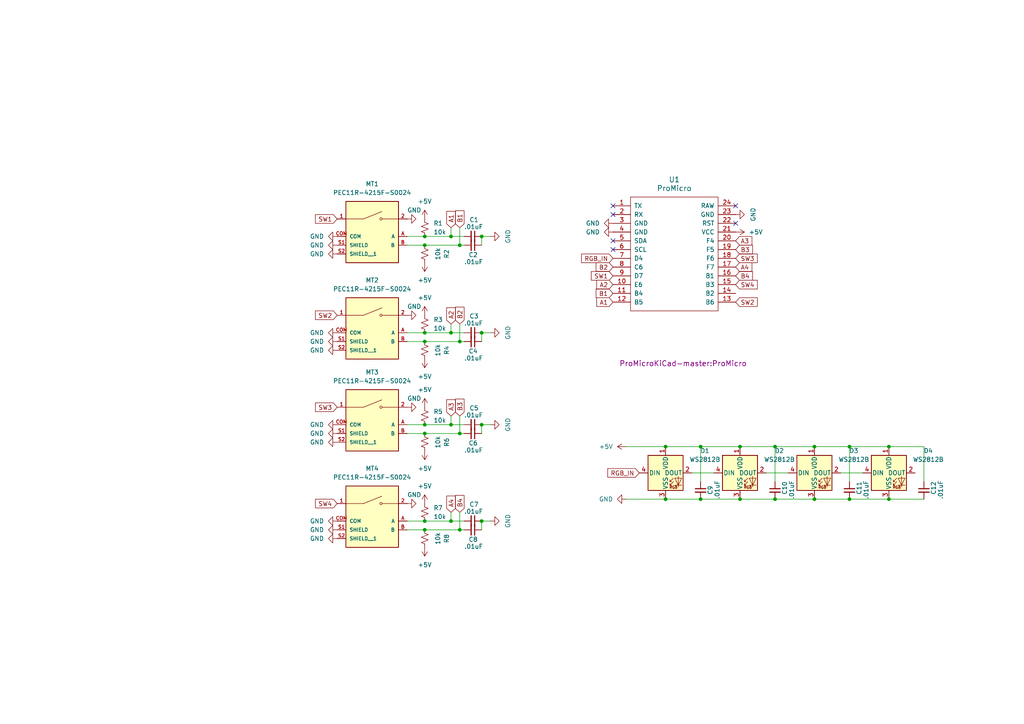
<source format=kicad_sch>
(kicad_sch (version 20250114) (generator "eeschema") (generator_version "9.0")
  (paper "A4")
  (lib_symbols
    (symbol "Device:C_Small" (pin_numbers (hide yes)) (pin_names (offset 0.254) (hide yes))
      (property "Reference" "C" (at 0.254 1.778 0))
      (property "Value" "C_Small" (at 0.254 -2.032 0))
      (symbol "C_Small_0_1"
        (polyline (pts (xy -1.524 0.508) (xy 1.524 0.508)) (stroke (width 0.3048)))
        (polyline (pts (xy -1.524 -0.508) (xy 1.524 -0.508)) (stroke (width 0.3302)))
      )
      (symbol "C_Small_1_1"
        (pin passive line (at 0 2.54 270) (length 2.032) (name "~") (number "1"))
        (pin passive line (at 0 -2.54 90) (length 2.032) (name "~") (number "2"))
      )
    )
    (symbol "Device:R_Small_US" (pin_numbers (hide yes)) (pin_names (offset 0.254) (hide yes))
      (property "Reference" "R" (at 0.762 0.508 0))
      (property "Value" "R_Small_US" (at 0.762 -1.016 0))
      (symbol "R_Small_US_1_1"
        (polyline (pts (xy 0 1.524) (xy 1.016 1.143) (xy 0 0.762) (xy -1.016 0.381) (xy 0 0)))
        (polyline (pts (xy 0 0) (xy 1.016 -0.381) (xy 0 -0.762) (xy -1.016 -1.143) (xy 0 -1.524)))
        (pin passive line (at 0 2.54 270) (length 1.016) (name "~") (number "1"))
        (pin passive line (at 0 -2.54 90) (length 1.016) (name "~") (number "2"))
      )
    )
    (symbol "LED:WS2812B" (pin_names (offset 0.254))
      (property "Reference" "D" (at 5.08 5.715 0))
      (property "Value" "WS2812B" (at 1.27 -5.715 0))
      (symbol "WS2812B_0_0"
        (text "RGB" (at 2.286 -4.191 0) (effects (font (size 0.762 0.762))))
      )
      (symbol "WS2812B_0_1"
        (polyline (pts (xy 1.27 -2.54) (xy 1.778 -2.54)))
        (polyline (pts (xy 1.27 -3.556) (xy 1.778 -3.556)))
        (polyline (pts (xy 2.286 -1.524) (xy 1.27 -2.54) (xy 1.27 -2.032)))
        (polyline (pts (xy 2.286 -2.54) (xy 1.27 -3.556) (xy 1.27 -3.048)))
        (polyline (pts (xy 3.683 -1.016) (xy 3.683 -3.556) (xy 3.683 -4.064)))
        (polyline (pts (xy 4.699 -1.524) (xy 2.667 -1.524) (xy 3.683 -3.556) (xy 4.699 -1.524)))
        (polyline (pts (xy 4.699 -3.556) (xy 2.667 -3.556)))
        (rectangle (start 5.08 5.08) (end -5.08 -5.08) (stroke (width 0.254)) (fill (type background)))
      )
      (symbol "WS2812B_1_1"
        (pin input line (at -7.62 0 0) (length 2.54) (name "DIN") (number "4"))
        (pin power_in line (at 0 7.62 270) (length 2.54) (name "VDD") (number "1"))
        (pin power_in line (at 0 -7.62 90) (length 2.54) (name "VSS") (number "3"))
        (pin output line (at 7.62 0 180) (length 2.54) (name "DOUT") (number "2"))
      )
    )
    (symbol "PEC11R-4215F-S0024:PEC11R-4215F-S0024" (pin_names (offset 1.016))
      (property "Reference" "MT" (at -7.62 8.89 0))
      (property "Value" "PEC11R-4215F-S0024" (at -7.62 -11.43 0))
      (symbol "PEC11R-4215F-S0024_0_0"
        (rectangle (start -7.62 -10.16) (end 7.62 7.62) (stroke (width 0.254)) (fill (type background)))
        (polyline (pts (xy -2.54 2.54) (xy -7.62 2.54)) (stroke (width 0.1524)))
        (polyline (pts (xy -2.54 2.54) (xy 2.794 4.6736)) (stroke (width 0.1524)))
        (circle (center 2.54 2.54) (radius 0.3302) (stroke (width 0.1524)))
        (polyline (pts (xy 7.62 2.54) (xy 2.921 2.54)) (stroke (width 0.1524)))
        (pin passive line (at -10.16 2.54 0) (length 2.54) (name "~") (number "1"))
        (pin passive line (at -10.16 -2.54 0) (length 2.54) (name "COM") (number "COM"))
        (pin passive line (at -10.16 -5.08 0) (length 2.54) (name "SHIELD") (number "S1"))
        (pin passive line (at -10.16 -7.62 0) (length 2.54) (name "SHIELD__1") (number "S2"))
        (pin passive line (at 10.16 2.54 180) (length 2.54) (name "~") (number "2"))
        (pin passive line (at 10.16 -2.54 180) (length 2.54) (name "A") (number "A"))
        (pin passive line (at 10.16 -5.08 180) (length 2.54) (name "B") (number "B"))
      )
    )
    (symbol "power:+5V" (power) (pin_numbers (hide yes)) (pin_names (offset 0) (hide yes))
      (property "Value" "+5V" (at 0 3.556 0))
      (symbol "+5V_0_1"
        (polyline (pts (xy -0.762 1.27) (xy 0 2.54)))
        (polyline (pts (xy 0 2.54) (xy 0.762 1.27)))
        (polyline (pts (xy 0 0) (xy 0 2.54)))
      )
      (symbol "+5V_1_1"
        (pin power_in line (at 0 0 90) (length 0) (name "~") (number "1"))
      )
    )
    (symbol "power:GND" (power) (pin_numbers (hide yes)) (pin_names (offset 0) (hide yes))
      (property "Value" "GND" (at 0 -3.81 0))
      (symbol "GND_0_1"
        (polyline (pts (xy 0 0) (xy 0 -1.27) (xy 1.27 -1.27) (xy 0 -2.54) (xy -1.27 -1.27) (xy 0 -1.27)))
      )
      (symbol "GND_1_1"
        (pin power_in line (at 0 0 270) (length 0) (name "~") (number "1"))
      )
    )
    (symbol "promicro:ProMicro" (pin_names (offset 1.016))
      (property "Reference" "U" (at 0 24.13 0))
      (property "Value" "ProMicro" (at 0 -13.97 0))
      (symbol "ProMicro_0_1"
        (rectangle (start -12.7 21.59) (end 12.7 -11.43))
      )
      (symbol "ProMicro_1_1"
        (pin bidirectional line (at -17.78 19.05 0) (length 5.08) (name "TX") (number "1"))
        (pin bidirectional line (at -17.78 16.51 0) (length 5.08) (name "RX") (number "2"))
        (pin power_in line (at -17.78 13.97 0) (length 5.08) (name "GND") (number "3"))
        (pin power_in line (at -17.78 11.43 0) (length 5.08) (name "GND") (number "4"))
        (pin bidirectional line (at -17.78 8.89 0) (length 5.08) (name "SDA") (number "5"))
        (pin bidirectional line (at -17.78 6.35 0) (length 5.08) (name "SCL") (number "6"))
        (pin bidirectional line (at -17.78 3.81 0) (length 5.08) (name "D4") (number "7"))
        (pin bidirectional line (at -17.78 1.27 0) (length 5.08) (name "C6") (number "8"))
        (pin bidirectional line (at -17.78 -1.27 0) (length 5.08) (name "D7") (number "9"))
        (pin bidirectional line (at -17.78 -3.81 0) (length 5.08) (name "E6") (number "10"))
        (pin bidirectional line (at -17.78 -6.35 0) (length 5.08) (name "B4") (number "11"))
        (pin bidirectional line (at -17.78 -8.89 0) (length 5.08) (name "B5") (number "12"))
        (pin power_out line (at 17.78 19.05 180) (length 5.08) (name "RAW") (number "24"))
        (pin power_in line (at 17.78 16.51 180) (length 5.08) (name "GND") (number "23"))
        (pin input line (at 17.78 13.97 180) (length 5.08) (name "RST") (number "22"))
        (pin power_in line (at 17.78 11.43 180) (length 5.08) (name "VCC") (number "21"))
        (pin bidirectional line (at 17.78 8.89 180) (length 5.08) (name "F4") (number "20"))
        (pin bidirectional line (at 17.78 6.35 180) (length 5.08) (name "F5") (number "19"))
        (pin bidirectional line (at 17.78 3.81 180) (length 5.08) (name "F6") (number "18"))
        (pin bidirectional line (at 17.78 1.27 180) (length 5.08) (name "F7") (number "17"))
        (pin bidirectional line (at 17.78 -1.27 180) (length 5.08) (name "B1") (number "16"))
        (pin bidirectional line (at 17.78 -3.81 180) (length 5.08) (name "B3") (number "15"))
        (pin bidirectional line (at 17.78 -6.35 180) (length 5.08) (name "B2") (number "14"))
        (pin bidirectional line (at 17.78 -8.89 180) (length 5.08) (name "B6") (number "13"))
      )
    )
  )
  (junction (at 123.19 68.58))
  (junction (at 257.81 144.78))
  (junction (at 130.81 68.58))
  (junction (at 123.19 123.19))
  (junction (at 130.81 151.13))
  (junction (at 236.22 129.54))
  (junction (at 193.04 144.78))
  (junction (at 246.38 129.54))
  (junction (at 203.2 144.78))
  (junction (at 224.79 144.78))
  (junction (at 123.19 99.06))
  (junction (at 236.22 144.78))
  (junction (at 214.63 129.54))
  (junction (at 133.35 125.73))
  (junction (at 130.81 96.52))
  (junction (at 139.7 96.52))
  (junction (at 133.35 99.06))
  (junction (at 139.7 68.58))
  (junction (at 224.79 129.54))
  (junction (at 133.35 71.12))
  (junction (at 130.81 123.19))
  (junction (at 123.19 96.52))
  (junction (at 203.2 129.54))
  (junction (at 139.7 151.13))
  (junction (at 139.7 123.19))
  (junction (at 123.19 153.67))
  (junction (at 257.81 129.54))
  (junction (at 193.04 129.54))
  (junction (at 214.63 144.78))
  (junction (at 133.35 153.67))
  (junction (at 123.19 151.13))
  (junction (at 123.19 71.12))
  (junction (at 246.38 144.78))
  (junction (at 123.19 125.73))
  (no_connect (at 177.8 69.85))
  (no_connect (at 177.8 72.39))
  (no_connect (at 213.36 59.69))
  (no_connect (at 177.8 62.23))
  (no_connect (at 213.36 64.77))
  (no_connect (at 177.8 59.69))
  (wire (pts (xy 222.25 137.16) (xy 228.6 137.16)))
  (wire (pts (xy 118.11 125.73) (xy 123.19 125.73)))
  (wire (pts (xy 224.79 129.54) (xy 236.22 129.54)))
  (wire (pts (xy 139.7 151.13) (xy 139.7 153.67)))
  (wire (pts (xy 214.63 144.78) (xy 224.79 144.78)))
  (wire (pts (xy 224.79 129.54) (xy 224.79 139.7)))
  (wire (pts (xy 133.35 120.65) (xy 133.35 125.73)))
  (wire (pts (xy 139.7 68.58) (xy 139.7 71.12)))
  (wire (pts (xy 142.24 151.13) (xy 139.7 151.13)))
  (wire (pts (xy 203.2 129.54) (xy 214.63 129.54)))
  (wire (pts (xy 246.38 129.54) (xy 257.81 129.54)))
  (wire (pts (xy 118.11 123.19) (xy 123.19 123.19)))
  (wire (pts (xy 243.84 137.16) (xy 250.19 137.16)))
  (wire (pts (xy 142.24 96.52) (xy 139.7 96.52)))
  (wire (pts (xy 203.2 144.78) (xy 214.63 144.78)))
  (wire (pts (xy 203.2 129.54) (xy 203.2 139.7)))
  (wire (pts (xy 267.97 129.54) (xy 267.97 139.7)))
  (wire (pts (xy 133.35 71.12) (xy 134.62 71.12)))
  (wire (pts (xy 130.81 151.13) (xy 123.19 151.13)))
  (wire (pts (xy 118.11 71.12) (xy 123.19 71.12)))
  (wire (pts (xy 133.35 99.06) (xy 123.19 99.06)))
  (wire (pts (xy 257.81 129.54) (xy 267.97 129.54)))
  (wire (pts (xy 118.11 153.67) (xy 123.19 153.67)))
  (wire (pts (xy 130.81 123.19) (xy 134.62 123.19)))
  (wire (pts (xy 133.35 125.73) (xy 134.62 125.73)))
  (wire (pts (xy 130.81 68.58) (xy 134.62 68.58)))
  (wire (pts (xy 236.22 129.54) (xy 246.38 129.54)))
  (wire (pts (xy 133.35 99.06) (xy 134.62 99.06)))
  (wire (pts (xy 257.81 144.78) (xy 267.97 144.78)))
  (wire (pts (xy 214.63 129.54) (xy 224.79 129.54)))
  (wire (pts (xy 181.61 144.78) (xy 193.04 144.78)))
  (wire (pts (xy 130.81 151.13) (xy 134.62 151.13)))
  (wire (pts (xy 130.81 96.52) (xy 134.62 96.52)))
  (wire (pts (xy 130.81 66.04) (xy 130.81 68.58)))
  (wire (pts (xy 133.35 148.59) (xy 133.35 153.67)))
  (wire (pts (xy 139.7 123.19) (xy 139.7 125.73)))
  (wire (pts (xy 193.04 129.54) (xy 203.2 129.54)))
  (wire (pts (xy 133.35 93.98) (xy 133.35 99.06)))
  (wire (pts (xy 130.81 120.65) (xy 130.81 123.19)))
  (wire (pts (xy 133.35 125.73) (xy 123.19 125.73)))
  (wire (pts (xy 130.81 96.52) (xy 123.19 96.52)))
  (wire (pts (xy 139.7 96.52) (xy 139.7 99.06)))
  (wire (pts (xy 246.38 129.54) (xy 246.38 139.7)))
  (wire (pts (xy 200.66 137.16) (xy 207.01 137.16)))
  (wire (pts (xy 224.79 144.78) (xy 236.22 144.78)))
  (wire (pts (xy 236.22 144.78) (xy 246.38 144.78)))
  (wire (pts (xy 118.11 151.13) (xy 123.19 151.13)))
  (wire (pts (xy 142.24 123.19) (xy 139.7 123.19)))
  (wire (pts (xy 118.11 99.06) (xy 123.19 99.06)))
  (wire (pts (xy 142.24 68.58) (xy 139.7 68.58)))
  (wire (pts (xy 130.81 68.58) (xy 123.19 68.58)))
  (wire (pts (xy 133.35 153.67) (xy 134.62 153.67)))
  (wire (pts (xy 130.81 148.59) (xy 130.81 151.13)))
  (wire (pts (xy 133.35 71.12) (xy 123.19 71.12)))
  (wire (pts (xy 181.61 129.54) (xy 193.04 129.54)))
  (wire (pts (xy 133.35 66.04) (xy 133.35 71.12)))
  (wire (pts (xy 118.11 68.58) (xy 123.19 68.58)))
  (wire (pts (xy 133.35 153.67) (xy 123.19 153.67)))
  (wire (pts (xy 130.81 123.19) (xy 123.19 123.19)))
  (wire (pts (xy 118.11 96.52) (xy 123.19 96.52)))
  (wire (pts (xy 193.04 144.78) (xy 203.2 144.78)))
  (wire (pts (xy 130.81 93.98) (xy 130.81 96.52)))
  (wire (pts (xy 246.38 144.78) (xy 257.81 144.78)))
  (global_label "RGB_IN" (shape input) (at 185.42 137.16 180) (property "Intersheetrefs" "${INTERSHEET_REFS}" (effects (hide yes))))
  (global_label "SW1" (shape input) (at 97.79 63.5 180) (property "Intersheetrefs" "${INTERSHEET_REFS}" (effects (hide yes))))
  (global_label "SW1" (shape input) (at 177.8 80.01 180) (property "Intersheetrefs" "${INTERSHEET_REFS}" (effects (hide yes))))
  (global_label "SW2" (shape input) (at 97.79 91.44 180) (property "Intersheetrefs" "${INTERSHEET_REFS}" (effects (hide yes))))
  (global_label "RGB_IN" (shape input) (at 177.8 74.93 180) (property "Intersheetrefs" "${INTERSHEET_REFS}" (effects (hide yes))))
  (global_label "B4" (shape input) (at 133.35 148.59 90) (property "Intersheetrefs" "${INTERSHEET_REFS}" (effects (hide yes))))
  (global_label "B4" (shape input) (at 213.36 80.01 0) (property "Intersheetrefs" "${INTERSHEET_REFS}" (effects (hide yes))))
  (global_label "B1" (shape input) (at 133.35 66.04 90) (property "Intersheetrefs" "${INTERSHEET_REFS}" (effects (hide yes))))
  (global_label "B2" (shape input) (at 177.8 77.47 180) (property "Intersheetrefs" "${INTERSHEET_REFS}" (effects (hide yes))))
  (global_label "A2" (shape input) (at 177.8 82.55 180) (property "Intersheetrefs" "${INTERSHEET_REFS}" (effects (hide yes))))
  (global_label "SW2" (shape input) (at 213.36 87.63 0) (property "Intersheetrefs" "${INTERSHEET_REFS}" (effects (hide yes))))
  (global_label "B1" (shape input) (at 177.8 85.09 180) (property "Intersheetrefs" "${INTERSHEET_REFS}" (effects (hide yes))))
  (global_label "SW4" (shape input) (at 213.36 82.55 0) (property "Intersheetrefs" "${INTERSHEET_REFS}" (effects (hide yes))))
  (global_label "SW4" (shape input) (at 97.79 146.05 180) (property "Intersheetrefs" "${INTERSHEET_REFS}" (effects (hide yes))))
  (global_label "A3" (shape input) (at 130.81 120.65 90) (property "Intersheetrefs" "${INTERSHEET_REFS}" (effects (hide yes))))
  (global_label "A4" (shape input) (at 130.81 148.59 90) (property "Intersheetrefs" "${INTERSHEET_REFS}" (effects (hide yes))))
  (global_label "SW3" (shape input) (at 97.79 118.11 180) (property "Intersheetrefs" "${INTERSHEET_REFS}" (effects (hide yes))))
  (global_label "A2" (shape input) (at 130.81 93.98 90) (property "Intersheetrefs" "${INTERSHEET_REFS}" (effects (hide yes))))
  (global_label "B3" (shape input) (at 133.35 120.65 90) (property "Intersheetrefs" "${INTERSHEET_REFS}" (effects (hide yes))))
  (global_label "B3" (shape input) (at 213.36 72.39 0) (property "Intersheetrefs" "${INTERSHEET_REFS}" (effects (hide yes))))
  (global_label "A1" (shape input) (at 177.8 87.63 180) (property "Intersheetrefs" "${INTERSHEET_REFS}" (effects (hide yes))))
  (global_label "A4" (shape input) (at 213.36 77.47 0) (property "Intersheetrefs" "${INTERSHEET_REFS}" (effects (hide yes))))
  (global_label "SW3" (shape input) (at 213.36 74.93 0) (property "Intersheetrefs" "${INTERSHEET_REFS}" (effects (hide yes))))
  (global_label "B2" (shape input) (at 133.35 93.98 90) (property "Intersheetrefs" "${INTERSHEET_REFS}" (effects (hide yes))))
  (global_label "A1" (shape input) (at 130.81 66.04 90) (property "Intersheetrefs" "${INTERSHEET_REFS}" (effects (hide yes))))
  (global_label "A3" (shape input) (at 213.36 69.85 0) (property "Intersheetrefs" "${INTERSHEET_REFS}" (effects (hide yes))))
  (symbol (lib_id "Device:C_Small") (at 267.97 142.24 0) (unit 1)
    (property "Reference" "C12" (at 270.764 143.51 90) (effects (justify left)))
    (property "Value" ".01uF" (at 272.796 144.78 90) (effects (justify left)))
    (property "Footprint" "Capacitor_SMD:C_0805_2012Metric" (effects (hide yes)))
    (property "Description" "Unpolarized capacitor, small symbol" (effects (hide yes)))
  )
  (symbol (lib_id "Device:C_Small") (at 246.38 142.24 0) (unit 1)
    (property "Reference" "C11" (at 249.174 143.51 90) (effects (justify left)))
    (property "Value" ".01uF" (at 251.206 144.78 90) (effects (justify left)))
    (property "Footprint" "Capacitor_SMD:C_0805_2012Metric" (effects (hide yes)))
    (property "Description" "Unpolarized capacitor, small symbol" (effects (hide yes)))
  )
  (symbol (lib_id "Device:C_Small") (at 137.16 125.73 270) (unit 1)
    (property "Reference" "C6" (at 135.89 128.524 90) (effects (justify left)))
    (property "Value" ".01uF" (at 134.62 130.556 90) (effects (justify left)))
    (property "Footprint" "Capacitor_SMD:C_0805_2012Metric" (effects (hide yes)))
    (property "Description" "Unpolarized capacitor, small symbol" (effects (hide yes)))
  )
  (symbol (lib_id "power:GND") (at 97.79 73.66 270) (unit 1)
    (property "Reference" "#PWR07" (effects (hide yes)))
    (property "Value" "GND" (at 93.98 73.6599 90) (effects (justify right)))
    (property "Description" "Power symbol creates a global label with name \"GND\" , ground" (effects (hide yes)))
  )
  (symbol (lib_id "power:GND") (at 181.61 144.78 270) (unit 1)
    (property "Reference" "#PWR033" (effects (hide yes)))
    (property "Value" "GND" (at 177.8 144.7799 90) (effects (justify right)))
    (property "Description" "Power symbol creates a global label with name \"GND\" , ground" (effects (hide yes)))
  )
  (symbol (lib_id "power:GND") (at 142.24 151.13 90) (unit 1)
    (property "Reference" "#PWR028" (effects (hide yes)))
    (property "Value" "GND" (at 147.32 151.13 0))
    (property "Description" "Power symbol creates a global label with name \"GND\" , ground" (effects (hide yes)))
  )
  (symbol (lib_id "power:GND") (at 177.8 67.31 270) (unit 1)
    (property "Reference" "#PWR032" (effects (hide yes)))
    (property "Value" "GND" (at 173.99 67.3099 90) (effects (justify right)))
    (property "Description" "Power symbol creates a global label with name \"GND\" , ground" (effects (hide yes)))
  )
  (symbol (lib_id "PEC11R-4215F-S0024:PEC11R-4215F-S0024") (at 107.95 93.98 0) (unit 1)
    (property "Reference" "MT2" (at 107.95 81.28 0))
    (property "Value" "PEC11R-4215F-S0024" (at 107.95 83.82 0))
    (property "Footprint" "PEC11R_4215F_S0024:XDCR_PEC11R-4215F-S0024" (effects (hide yes)))
    (property "PARTREV" "Rev. 09/19" (effects (hide yes)))
    (property "MANUFACTURER" "J.W.Miller/Bourns" (effects (hide yes)))
    (property "MAXIMUM_PACKAGE_HEIGHT" "21.5 mm" (effects (hide yes)))
    (property "STANDARD" "Manufacturer Recommendations" (effects (hide yes)))
  )
  (symbol (lib_id "power:GND") (at 177.8 64.77 270) (unit 1)
    (property "Reference" "#PWR031" (effects (hide yes)))
    (property "Value" "GND" (at 173.99 64.7699 90) (effects (justify right)))
    (property "Description" "Power symbol creates a global label with name \"GND\" , ground" (effects (hide yes)))
  )
  (symbol (lib_id "power:GND") (at 97.79 96.52 270) (unit 1)
    (property "Reference" "#PWR08" (effects (hide yes)))
    (property "Value" "GND" (at 93.98 96.5199 90) (effects (justify right)))
    (property "Description" "Power symbol creates a global label with name \"GND\" , ground" (effects (hide yes)))
  )
  (symbol (lib_id "power:+5V") (at 123.19 63.5 0) (unit 1)
    (property "Reference" "#PWR05" (effects (hide yes)))
    (property "Value" "+5V" (at 123.19 58.42 0))
    (property "Description" "Power symbol creates a global label with name \"+5V\"" (effects (hide yes)))
  )
  (symbol (lib_id "LED:WS2812B") (at 236.22 137.16 0) (unit 1)
    (property "Reference" "D3" (at 247.65 130.7398 0))
    (property "Value" "WS2812B" (at 247.65 133.2798 0))
    (property "Footprint" "LED_SMD:LED_WS2812B_PLCC4_5.0x5.0mm_P3.2mm" (effects (hide yes)))
    (property "Datasheet" "https://cdn-shop.adafruit.com/datasheets/WS2812B.pdf" (effects (hide yes)))
    (property "Description" "RGB LED with integrated controller" (effects (hide yes)))
  )
  (symbol (lib_id "Device:R_Small_US") (at 123.19 73.66 180) (unit 1)
    (property "Reference" "R2" (at 129.54 73.66 90))
    (property "Value" "10k" (at 127 73.66 90))
    (property "Footprint" "Resistor_SMD:R_0805_2012Metric" (effects (hide yes)))
    (property "Description" "Resistor, small US symbol" (effects (hide yes)))
  )
  (symbol (lib_id "Device:R_Small_US") (at 123.19 120.65 180) (unit 1)
    (property "Reference" "R5" (at 125.73 119.3799 0) (effects (justify right)))
    (property "Value" "10k" (at 125.73 121.9199 0) (effects (justify right)))
    (property "Footprint" "Resistor_SMD:R_0805_2012Metric" (effects (hide yes)))
    (property "Description" "Resistor, small US symbol" (effects (hide yes)))
  )
  (symbol (lib_id "Device:C_Small") (at 137.16 153.67 270) (unit 1)
    (property "Reference" "C8" (at 135.89 156.464 90) (effects (justify left)))
    (property "Value" ".01uF" (at 134.62 158.496 90) (effects (justify left)))
    (property "Footprint" "Capacitor_SMD:C_0805_2012Metric" (effects (hide yes)))
    (property "Description" "Unpolarized capacitor, small symbol" (effects (hide yes)))
  )
  (symbol (lib_id "power:GND") (at 118.11 146.05 90) (unit 1)
    (property "Reference" "#PWR022" (effects (hide yes)))
    (property "Value" "GND" (at 118.11 143.51 90) (effects (justify right)))
    (property "Description" "Power symbol creates a global label with name \"GND\" , ground" (effects (hide yes)))
  )
  (symbol (lib_id "Device:C_Small") (at 137.16 71.12 270) (unit 1)
    (property "Reference" "C2" (at 135.89 73.914 90) (effects (justify left)))
    (property "Value" ".01uF" (at 134.62 75.946 90) (effects (justify left)))
    (property "Footprint" "Capacitor_SMD:C_0805_2012Metric" (effects (hide yes)))
    (property "Description" "Unpolarized capacitor, small symbol" (effects (hide yes)))
  )
  (symbol (lib_id "power:GND") (at 142.24 123.19 90) (unit 1)
    (property "Reference" "#PWR027" (effects (hide yes)))
    (property "Value" "GND" (at 147.32 123.19 0))
    (property "Description" "Power symbol creates a global label with name \"GND\" , ground" (effects (hide yes)))
  )
  (symbol (lib_id "power:GND") (at 118.11 91.44 90) (unit 1)
    (property "Reference" "#PWR011" (effects (hide yes)))
    (property "Value" "GND" (at 118.11 88.9 90) (effects (justify right)))
    (property "Description" "Power symbol creates a global label with name \"GND\" , ground" (effects (hide yes)))
  )
  (symbol (lib_id "power:GND") (at 97.79 151.13 270) (unit 1)
    (property "Reference" "#PWR018" (effects (hide yes)))
    (property "Value" "GND" (at 93.98 151.1299 90) (effects (justify right)))
    (property "Description" "Power symbol creates a global label with name \"GND\" , ground" (effects (hide yes)))
  )
  (symbol (lib_id "promicro:ProMicro") (at 195.58 78.74 0) (unit 1)
    (property "Reference" "U1" (at 195.58 52.07 0) (effects (font (size 1.524 1.524))))
    (property "Value" "ProMicro" (at 195.58 54.61 0) (effects (font (size 1.524 1.524))))
    (property "Footprint" "ProMicroKiCad-master:ProMicro" (at 198.12 105.41 0) (effects (font (size 1.524 1.524))))
  )
  (symbol (lib_id "Device:R_Small_US") (at 123.19 128.27 180) (unit 1)
    (property "Reference" "R6" (at 129.54 128.27 90))
    (property "Value" "10k" (at 127 128.27 90))
    (property "Footprint" "Resistor_SMD:R_0805_2012Metric" (effects (hide yes)))
    (property "Description" "Resistor, small US symbol" (effects (hide yes)))
  )
  (symbol (lib_id "LED:WS2812B") (at 257.81 137.16 0) (unit 1)
    (property "Reference" "D4" (at 269.24 130.7398 0))
    (property "Value" "WS2812B" (at 269.24 133.2798 0))
    (property "Footprint" "LED_SMD:LED_WS2812B_PLCC4_5.0x5.0mm_P3.2mm" (effects (hide yes)))
    (property "Datasheet" "https://cdn-shop.adafruit.com/datasheets/WS2812B.pdf" (effects (hide yes)))
    (property "Description" "RGB LED with integrated controller" (effects (hide yes)))
  )
  (symbol (lib_id "power:GND") (at 142.24 68.58 90) (unit 1)
    (property "Reference" "#PWR06" (effects (hide yes)))
    (property "Value" "GND" (at 147.32 68.58 0))
    (property "Description" "Power symbol creates a global label with name \"GND\" , ground" (effects (hide yes)))
  )
  (symbol (lib_id "power:+5V") (at 123.19 130.81 180) (unit 1)
    (property "Reference" "#PWR024" (effects (hide yes)))
    (property "Value" "+5V" (at 123.19 135.89 0))
    (property "Description" "Power symbol creates a global label with name \"+5V\"" (effects (hide yes)))
  )
  (symbol (lib_id "power:GND") (at 97.79 71.12 270) (unit 1)
    (property "Reference" "#PWR02" (effects (hide yes)))
    (property "Value" "GND" (at 93.98 71.1199 90) (effects (justify right)))
    (property "Description" "Power symbol creates a global label with name \"GND\" , ground" (effects (hide yes)))
  )
  (symbol (lib_id "power:GND") (at 97.79 125.73 270) (unit 1)
    (property "Reference" "#PWR016" (effects (hide yes)))
    (property "Value" "GND" (at 93.98 125.7299 90) (effects (justify right)))
    (property "Description" "Power symbol creates a global label with name \"GND\" , ground" (effects (hide yes)))
  )
  (symbol (lib_id "power:+5V") (at 123.19 104.14 180) (unit 1)
    (property "Reference" "#PWR013" (effects (hide yes)))
    (property "Value" "+5V" (at 123.19 109.22 0))
    (property "Description" "Power symbol creates a global label with name \"+5V\"" (effects (hide yes)))
  )
  (symbol (lib_id "power:GND") (at 97.79 123.19 270) (unit 1)
    (property "Reference" "#PWR015" (effects (hide yes)))
    (property "Value" "GND" (at 93.98 123.1899 90) (effects (justify right)))
    (property "Description" "Power symbol creates a global label with name \"GND\" , ground" (effects (hide yes)))
  )
  (symbol (lib_id "power:GND") (at 97.79 153.67 270) (unit 1)
    (property "Reference" "#PWR019" (effects (hide yes)))
    (property "Value" "GND" (at 93.98 153.6699 90) (effects (justify right)))
    (property "Description" "Power symbol creates a global label with name \"GND\" , ground" (effects (hide yes)))
  )
  (symbol (lib_id "Device:R_Small_US") (at 123.19 101.6 180) (unit 1)
    (property "Reference" "R4" (at 129.54 101.6 90))
    (property "Value" "10k" (at 127 101.6 90))
    (property "Footprint" "Resistor_SMD:R_0805_2012Metric" (effects (hide yes)))
    (property "Description" "Resistor, small US symbol" (effects (hide yes)))
  )
  (symbol (lib_id "power:GND") (at 97.79 68.58 270) (unit 1)
    (property "Reference" "#PWR03" (effects (hide yes)))
    (property "Value" "GND" (at 93.98 68.5799 90) (effects (justify right)))
    (property "Description" "Power symbol creates a global label with name \"GND\" , ground" (effects (hide yes)))
  )
  (symbol (lib_id "PEC11R-4215F-S0024:PEC11R-4215F-S0024") (at 107.95 120.65 0) (unit 1)
    (property "Reference" "MT3" (at 107.95 107.95 0))
    (property "Value" "PEC11R-4215F-S0024" (at 107.95 110.49 0))
    (property "Footprint" "PEC11R_4215F_S0024:XDCR_PEC11R-4215F-S0024" (effects (hide yes)))
    (property "PARTREV" "Rev. 09/19" (effects (hide yes)))
    (property "MANUFACTURER" "J.W.Miller/Bourns" (effects (hide yes)))
    (property "MAXIMUM_PACKAGE_HEIGHT" "21.5 mm" (effects (hide yes)))
    (property "STANDARD" "Manufacturer Recommendations" (effects (hide yes)))
  )
  (symbol (lib_id "power:+5V") (at 123.19 158.75 180) (unit 1)
    (property "Reference" "#PWR026" (effects (hide yes)))
    (property "Value" "+5V" (at 123.19 163.83 0))
    (property "Description" "Power symbol creates a global label with name \"+5V\"" (effects (hide yes)))
  )
  (symbol (lib_id "power:GND") (at 213.36 62.23 90) (unit 1)
    (property "Reference" "#PWR030" (effects (hide yes)))
    (property "Value" "GND" (at 218.44 62.23 0))
    (property "Description" "Power symbol creates a global label with name \"GND\" , ground" (effects (hide yes)))
  )
  (symbol (lib_id "Device:R_Small_US") (at 123.19 66.04 180) (unit 1)
    (property "Reference" "R1" (at 125.73 64.7699 0) (effects (justify right)))
    (property "Value" "10k" (at 125.73 67.3099 0) (effects (justify right)))
    (property "Footprint" "Resistor_SMD:R_0805_2012Metric" (effects (hide yes)))
    (property "Description" "Resistor, small US symbol" (effects (hide yes)))
  )
  (symbol (lib_id "Device:C_Small") (at 203.2 142.24 0) (unit 1)
    (property "Reference" "C9" (at 205.994 143.51 90) (effects (justify left)))
    (property "Value" ".01uF" (at 208.026 144.78 90) (effects (justify left)))
    (property "Footprint" "Capacitor_SMD:C_0805_2012Metric" (effects (hide yes)))
    (property "Description" "Unpolarized capacitor, small symbol" (effects (hide yes)))
  )
  (symbol (lib_id "Device:R_Small_US") (at 123.19 93.98 180) (unit 1)
    (property "Reference" "R3" (at 125.73 92.7099 0) (effects (justify right)))
    (property "Value" "10k" (at 125.73 95.2499 0) (effects (justify right)))
    (property "Footprint" "Resistor_SMD:R_0805_2012Metric" (effects (hide yes)))
    (property "Description" "Resistor, small US symbol" (effects (hide yes)))
  )
  (symbol (lib_id "PEC11R-4215F-S0024:PEC11R-4215F-S0024") (at 107.95 66.04 0) (unit 1)
    (property "Reference" "MT1" (at 107.95 53.34 0))
    (property "Value" "PEC11R-4215F-S0024" (at 107.95 55.88 0))
    (property "Footprint" "PEC11R_4215F_S0024:XDCR_PEC11R-4215F-S0024" (effects (hide yes)))
    (property "PARTREV" "Rev. 09/19" (effects (hide yes)))
    (property "MANUFACTURER" "J.W.Miller/Bourns" (effects (hide yes)))
    (property "MAXIMUM_PACKAGE_HEIGHT" "21.5 mm" (effects (hide yes)))
    (property "STANDARD" "Manufacturer Recommendations" (effects (hide yes)))
  )
  (symbol (lib_id "Device:C_Small") (at 137.16 151.13 270) (unit 1)
    (property "Reference" "C7" (at 136.144 146.304 90) (effects (justify left)))
    (property "Value" ".01uF" (at 134.62 148.336 90) (effects (justify left)))
    (property "Footprint" "Capacitor_SMD:C_0805_2012Metric" (effects (hide yes)))
    (property "Description" "Unpolarized capacitor, small symbol" (effects (hide yes)))
  )
  (symbol (lib_id "Device:C_Small") (at 137.16 99.06 270) (unit 1)
    (property "Reference" "C4" (at 135.89 101.854 90) (effects (justify left)))
    (property "Value" ".01uF" (at 134.62 103.886 90) (effects (justify left)))
    (property "Footprint" "Capacitor_SMD:C_0805_2012Metric" (effects (hide yes)))
    (property "Description" "Unpolarized capacitor, small symbol" (effects (hide yes)))
  )
  (symbol (lib_id "power:+5V") (at 123.19 118.11 0) (unit 1)
    (property "Reference" "#PWR023" (effects (hide yes)))
    (property "Value" "+5V" (at 123.19 113.03 0))
    (property "Description" "Power symbol creates a global label with name \"+5V\"" (effects (hide yes)))
  )
  (symbol (lib_id "Device:R_Small_US") (at 123.19 156.21 180) (unit 1)
    (property "Reference" "R8" (at 129.54 156.21 90))
    (property "Value" "10k" (at 127 156.21 90))
    (property "Footprint" "Resistor_SMD:R_0805_2012Metric" (effects (hide yes)))
    (property "Description" "Resistor, small US symbol" (effects (hide yes)))
  )
  (symbol (lib_id "power:GND") (at 97.79 128.27 270) (unit 1)
    (property "Reference" "#PWR017" (effects (hide yes)))
    (property "Value" "GND" (at 93.98 128.2699 90) (effects (justify right)))
    (property "Description" "Power symbol creates a global label with name \"GND\" , ground" (effects (hide yes)))
  )
  (symbol (lib_id "power:+5V") (at 123.19 146.05 0) (unit 1)
    (property "Reference" "#PWR025" (effects (hide yes)))
    (property "Value" "+5V" (at 123.19 140.97 0))
    (property "Description" "Power symbol creates a global label with name \"+5V\"" (effects (hide yes)))
  )
  (symbol (lib_id "Device:C_Small") (at 224.79 142.24 0) (unit 1)
    (property "Reference" "C10" (at 227.584 143.51 90) (effects (justify left)))
    (property "Value" ".01uF" (at 229.616 144.78 90) (effects (justify left)))
    (property "Footprint" "Capacitor_SMD:C_0805_2012Metric" (effects (hide yes)))
    (property "Description" "Unpolarized capacitor, small symbol" (effects (hide yes)))
  )
  (symbol (lib_id "power:+5V") (at 123.19 76.2 180) (unit 1)
    (property "Reference" "#PWR01" (effects (hide yes)))
    (property "Value" "+5V" (at 123.19 81.28 0))
    (property "Description" "Power symbol creates a global label with name \"+5V\"" (effects (hide yes)))
  )
  (symbol (lib_id "power:+5V") (at 123.19 91.44 0) (unit 1)
    (property "Reference" "#PWR012" (effects (hide yes)))
    (property "Value" "+5V" (at 123.19 86.36 0))
    (property "Description" "Power symbol creates a global label with name \"+5V\"" (effects (hide yes)))
  )
  (symbol (lib_id "power:GND") (at 97.79 101.6 270) (unit 1)
    (property "Reference" "#PWR010" (effects (hide yes)))
    (property "Value" "GND" (at 93.98 101.5999 90) (effects (justify right)))
    (property "Description" "Power symbol creates a global label with name \"GND\" , ground" (effects (hide yes)))
  )
  (symbol (lib_id "Device:C_Small") (at 137.16 123.19 270) (unit 1)
    (property "Reference" "C5" (at 136.144 118.364 90) (effects (justify left)))
    (property "Value" ".01uF" (at 134.62 120.396 90) (effects (justify left)))
    (property "Footprint" "Capacitor_SMD:C_0805_2012Metric" (effects (hide yes)))
    (property "Description" "Unpolarized capacitor, small symbol" (effects (hide yes)))
  )
  (symbol (lib_id "power:GND") (at 97.79 156.21 270) (unit 1)
    (property "Reference" "#PWR020" (effects (hide yes)))
    (property "Value" "GND" (at 93.98 156.2099 90) (effects (justify right)))
    (property "Description" "Power symbol creates a global label with name \"GND\" , ground" (effects (hide yes)))
  )
  (symbol (lib_id "power:GND") (at 142.24 96.52 90) (unit 1)
    (property "Reference" "#PWR014" (effects (hide yes)))
    (property "Value" "GND" (at 147.32 96.52 0))
    (property "Description" "Power symbol creates a global label with name \"GND\" , ground" (effects (hide yes)))
  )
  (symbol (lib_id "power:GND") (at 118.11 118.11 90) (unit 1)
    (property "Reference" "#PWR021" (effects (hide yes)))
    (property "Value" "GND" (at 118.11 115.57 90) (effects (justify right)))
    (property "Description" "Power symbol creates a global label with name \"GND\" , ground" (effects (hide yes)))
  )
  (symbol (lib_id "power:GND") (at 97.79 99.06 270) (unit 1)
    (property "Reference" "#PWR09" (effects (hide yes)))
    (property "Value" "GND" (at 93.98 99.0599 90) (effects (justify right)))
    (property "Description" "Power symbol creates a global label with name \"GND\" , ground" (effects (hide yes)))
  )
  (symbol (lib_id "power:+5V") (at 213.36 67.31 270) (unit 1)
    (property "Reference" "#PWR029" (effects (hide yes)))
    (property "Value" "+5V" (at 217.17 67.3099 90) (effects (justify left)))
    (property "Description" "Power symbol creates a global label with name \"+5V\"" (effects (hide yes)))
  )
  (symbol (lib_id "power:+5V") (at 181.61 129.54 90) (unit 1)
    (property "Reference" "#PWR034" (effects (hide yes)))
    (property "Value" "+5V" (at 177.8 129.5399 90) (effects (justify left)))
    (property "Description" "Power symbol creates a global label with name \"+5V\"" (effects (hide yes)))
  )
  (symbol (lib_id "Device:C_Small") (at 137.16 96.52 270) (unit 1)
    (property "Reference" "C3" (at 136.144 91.694 90) (effects (justify left)))
    (property "Value" ".01uF" (at 134.62 93.726 90) (effects (justify left)))
    (property "Footprint" "Capacitor_SMD:C_0805_2012Metric" (effects (hide yes)))
    (property "Description" "Unpolarized capacitor, small symbol" (effects (hide yes)))
  )
  (symbol (lib_id "LED:WS2812B") (at 193.04 137.16 0) (unit 1)
    (property "Reference" "D1" (at 204.47 130.7398 0))
    (property "Value" "WS2812B" (at 204.47 133.2798 0))
    (property "Footprint" "LED_SMD:LED_WS2812B_PLCC4_5.0x5.0mm_P3.2mm" (effects (hide yes)))
    (property "Datasheet" "https://cdn-shop.adafruit.com/datasheets/WS2812B.pdf" (effects (hide yes)))
    (property "Description" "RGB LED with integrated controller" (effects (hide yes)))
  )
  (symbol (lib_id "Device:C_Small") (at 137.16 68.58 270) (unit 1)
    (property "Reference" "C1" (at 136.144 63.754 90) (effects (justify left)))
    (property "Value" ".01uF" (at 134.62 65.786 90) (effects (justify left)))
    (property "Footprint" "Capacitor_SMD:C_0805_2012Metric" (effects (hide yes)))
    (property "Description" "Unpolarized capacitor, small symbol" (effects (hide yes)))
  )
  (symbol (lib_id "Device:R_Small_US") (at 123.19 148.59 180) (unit 1)
    (property "Reference" "R7" (at 125.73 147.3199 0) (effects (justify right)))
    (property "Value" "10k" (at 125.73 149.8599 0) (effects (justify right)))
    (property "Footprint" "Resistor_SMD:R_0805_2012Metric" (effects (hide yes)))
    (property "Description" "Resistor, small US symbol" (effects (hide yes)))
  )
  (symbol (lib_id "PEC11R-4215F-S0024:PEC11R-4215F-S0024") (at 107.95 148.59 0) (unit 1)
    (property "Reference" "MT4" (at 107.95 135.89 0))
    (property "Value" "PEC11R-4215F-S0024" (at 107.95 138.43 0))
    (property "Footprint" "PEC11R_4215F_S0024:XDCR_PEC11R-4215F-S0024" (effects (hide yes)))
    (property "PARTREV" "Rev. 09/19" (effects (hide yes)))
    (property "MANUFACTURER" "J.W.Miller/Bourns" (effects (hide yes)))
    (property "MAXIMUM_PACKAGE_HEIGHT" "21.5 mm" (effects (hide yes)))
    (property "STANDARD" "Manufacturer Recommendations" (effects (hide yes)))
  )
  (symbol (lib_id "LED:WS2812B") (at 214.63 137.16 0) (unit 1)
    (property "Reference" "D2" (at 226.06 130.7398 0))
    (property "Value" "WS2812B" (at 226.06 133.2798 0))
    (property "Footprint" "LED_SMD:LED_WS2812B_PLCC4_5.0x5.0mm_P3.2mm" (effects (hide yes)))
    (property "Datasheet" "https://cdn-shop.adafruit.com/datasheets/WS2812B.pdf" (effects (hide yes)))
    (property "Description" "RGB LED with integrated controller" (effects (hide yes)))
  )
  (symbol (lib_id "power:GND") (at 118.11 63.5 90) (unit 1)
    (property "Reference" "#PWR04" (effects (hide yes)))
    (property "Value" "GND" (at 118.11 60.96 90) (effects (justify right)))
    (property "Description" "Power symbol creates a global label with name \"GND\" , ground" (effects (hide yes)))
  )
)
</source>
